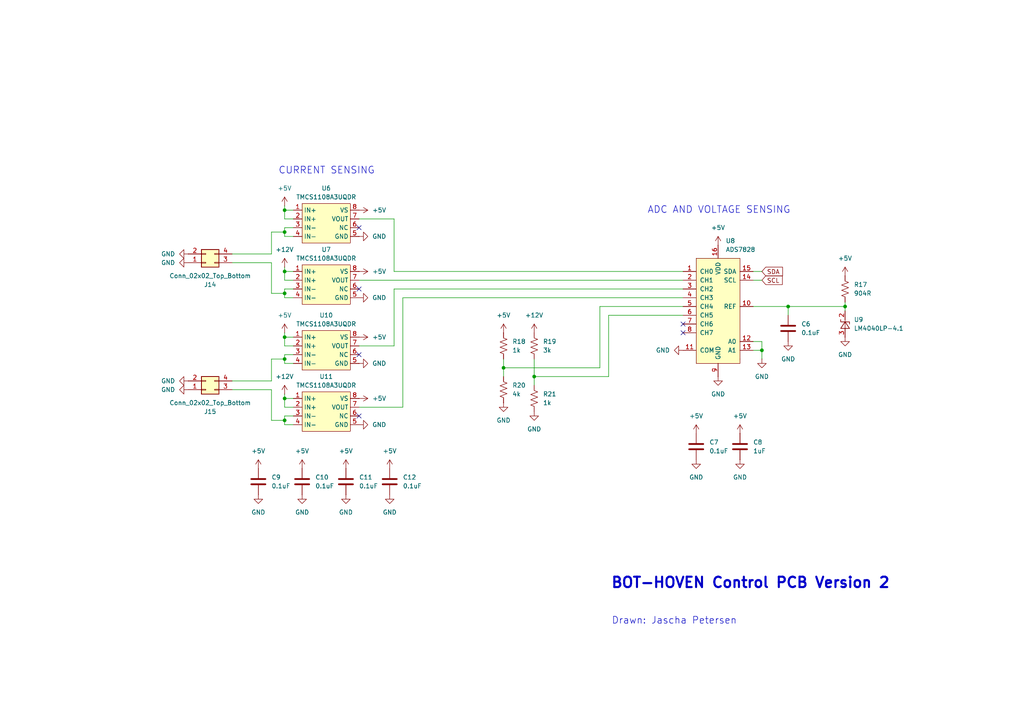
<source format=kicad_sch>
(kicad_sch (version 20231120) (generator "eeschema") (generator_version "8.0")
  (paper "A4")
  (lib_symbols
    (symbol "Analog_ADC:ADS7828" (pin_names (offset 1.016))
      (property "Reference" "U" (at -5.08 15.24 0))
      (property "Value" "ADS7828" (at 5.08 15.24 0))
      (symbol "ADS7828_0_1"
        (rectangle (start -6.35 13.97) (end 6.35 -16.51) (fill (type background)))
        (rectangle (start 6.35 -15.24) (end 6.35 -15.24))
      )
      (symbol "ADS7828_1_1"
        (pin input line (at -10.16 10.16 0) (length 3.81) (name "CH0") (number "1"))
        (pin bidirectional line (at 10.16 0 180) (length 3.81) (name "REF") (number "10"))
        (pin input line (at -10.16 -12.7 0) (length 3.81) (name "COM") (number "11"))
        (pin input line (at 10.16 -10.16 180) (length 3.81) (name "A0") (number "12"))
        (pin input line (at 10.16 -12.7 180) (length 3.81) (name "A1") (number "13"))
        (pin input line (at 10.16 7.62 180) (length 3.81) (name "SCL") (number "14"))
        (pin bidirectional line (at 10.16 10.16 180) (length 3.81) (name "SDA") (number "15"))
        (pin power_in line (at 0 17.78 270) (length 3.81) (name "VDD") (number "16"))
        (pin input line (at -10.16 7.62 0) (length 3.81) (name "CH1") (number "2"))
        (pin input line (at -10.16 5.08 0) (length 3.81) (name "CH2") (number "3"))
        (pin input line (at -10.16 2.54 0) (length 3.81) (name "CH3") (number "4"))
        (pin input line (at -10.16 0 0) (length 3.81) (name "CH4") (number "5"))
        (pin input line (at -10.16 -2.54 0) (length 3.81) (name "CH5") (number "6"))
        (pin input line (at -10.16 -5.08 0) (length 3.81) (name "CH6") (number "7"))
        (pin input line (at -10.16 -7.62 0) (length 3.81) (name "CH7") (number "8"))
        (pin power_in line (at 0 -20.32 90) (length 3.81) (name "GND") (number "9"))
      )
    )
    (symbol "Connector_Generic:Conn_02x02_Top_Bottom" (pin_names (offset 1.016) hide)
      (property "Reference" "J" (at 1.27 2.54 0))
      (property "Value" "Conn_02x02_Top_Bottom" (at 1.27 -5.08 0))
      (symbol "Conn_02x02_Top_Bottom_1_1"
        (rectangle (start -1.27 -2.413) (end 0 -2.667) (stroke (width 0.1524)))
        (rectangle (start -1.27 0.127) (end 0 -0.127) (stroke (width 0.1524)))
        (rectangle (start -1.27 1.27) (end 3.81 -3.81) (stroke (width 0.254)) (fill (type background)))
        (rectangle (start 3.81 -2.413) (end 2.54 -2.667) (stroke (width 0.1524)))
        (rectangle (start 3.81 0.127) (end 2.54 -0.127) (stroke (width 0.1524)))
        (pin passive line (at -5.08 0 0) (length 3.81) (name "Pin_1") (number "1"))
        (pin passive line (at -5.08 -2.54 0) (length 3.81) (name "Pin_2") (number "2"))
        (pin passive line (at 7.62 0 180) (length 3.81) (name "Pin_3") (number "3"))
        (pin passive line (at 7.62 -2.54 180) (length 3.81) (name "Pin_4") (number "4"))
      )
    )
    (symbol "Device:C" (pin_numbers hide) (pin_names (offset 0.254))
      (property "Reference" "C" (at 0.635 2.54 0))
      (property "Value" "C" (at 0.635 -2.54 0))
      (symbol "C_0_1"
        (polyline (pts (xy -2.032 -0.762) (xy 2.032 -0.762)) (stroke (width 0.508)))
        (polyline (pts (xy -2.032 0.762) (xy 2.032 0.762)) (stroke (width 0.508)))
      )
      (symbol "C_1_1"
        (pin passive line (at 0 3.81 270) (length 2.794) (name "~") (number "1"))
        (pin passive line (at 0 -3.81 90) (length 2.794) (name "~") (number "2"))
      )
    )
    (symbol "Device:R_US" (pin_numbers hide) (pin_names (offset 0))
      (property "Reference" "R" (at 2.54 0 90))
      (property "Value" "R_US" (at -2.54 0 90))
      (symbol "R_US_0_1"
        (polyline (pts (xy 0 -2.286) (xy 0 -2.54)))
        (polyline (pts (xy 0 2.286) (xy 0 2.54)))
        (polyline (pts (xy 0 -0.762) (xy 1.016 -1.143) (xy 0 -1.524) (xy -1.016 -1.905) (xy 0 -2.286)))
        (polyline (pts (xy 0 0.762) (xy 1.016 0.381) (xy 0 0) (xy -1.016 -0.381) (xy 0 -0.762)))
        (polyline (pts (xy 0 2.286) (xy 1.016 1.905) (xy 0 1.524) (xy -1.016 1.143) (xy 0 0.762)))
      )
      (symbol "R_US_1_1"
        (pin passive line (at 0 3.81 270) (length 1.27) (name "~") (number "1"))
        (pin passive line (at 0 -3.81 90) (length 1.27) (name "~") (number "2"))
      )
    )
    (symbol "Reference_Voltage:LM4040LP-4.1" (pin_names (offset 0.0254) hide)
      (property "Reference" "U" (at 0 2.54 0))
      (property "Value" "LM4040LP-4.1" (at 0 -3.175 0))
      (symbol "LM4040LP-4.1_0_1"
        (polyline (pts (xy -1.27 0) (xy 0 0) (xy 1.27 0)))
        (polyline (pts (xy -1.27 -1.27) (xy 0.635 0) (xy -1.27 1.27) (xy -1.27 -1.27)) (stroke (width 0.2032)))
        (polyline (pts (xy 0 -1.27) (xy 0.635 -1.27) (xy 0.635 1.27) (xy 1.27 1.27)) (stroke (width 0.2032)))
      )
      (symbol "LM4040LP-4.1_1_1"
        (pin no_connect line (at -1.27 0 0) (length 2.54) hide (name "NC") (number "1"))
        (pin passive line (at 3.81 0 180) (length 2.54) (name "K") (number "2"))
        (pin passive line (at -3.81 0 0) (length 2.54) (name "A") (number "3"))
      )
    )
    (symbol "bh_symbol_library:TMCS1108A3BQDR"
      (property "Reference" "U" (at -7.112 0.508 0))
      (property "Value" "TMCS1108A3BQDR" (at 0 0 0))
      (symbol "TMCS1108A3BQDR_1_1"
        (rectangle (start -7.62 -0.635) (end 6.35 -12.065) (fill (type background)))
        (pin input line (at -10.16 -2.54 0) (length 2.54) (name "IN+") (number "1"))
        (pin input line (at -10.16 -5.08 0) (length 2.54) (name "IN+") (number "2"))
        (pin input line (at -10.16 -7.62 0) (length 2.54) (name "IN-") (number "3"))
        (pin input line (at -10.16 -10.16 0) (length 2.54) (name "IN-") (number "4"))
        (pin input line (at 8.89 -10.16 180) (length 2.54) (name "GND") (number "5"))
        (pin input line (at 8.89 -7.62 180) (length 2.54) (name "NC") (number "6"))
        (pin input line (at 8.89 -5.08 180) (length 2.54) (name "VOUT") (number "7"))
        (pin input line (at 8.89 -2.54 180) (length 2.54) (name "VS") (number "8"))
      )
    )
    (symbol "power:+12V" (power) (pin_numbers hide) (pin_names (offset 0) hide)
      (property "Value" "+12V" (at 0 3.556 0))
      (symbol "+12V_0_1"
        (polyline (pts (xy -0.762 1.27) (xy 0 2.54)))
        (polyline (pts (xy 0 0) (xy 0 2.54)))
        (polyline (pts (xy 0 2.54) (xy 0.762 1.27)))
      )
      (symbol "+12V_1_1"
        (pin power_in line (at 0 0 90) (length 0) (name "~") (number "1"))
      )
    )
    (symbol "power:+5V" (power) (pin_numbers hide) (pin_names (offset 0) hide)
      (property "Value" "+5V" (at 0 3.556 0))
      (symbol "+5V_0_1"
        (polyline (pts (xy -0.762 1.27) (xy 0 2.54)))
        (polyline (pts (xy 0 0) (xy 0 2.54)))
        (polyline (pts (xy 0 2.54) (xy 0.762 1.27)))
      )
      (symbol "+5V_1_1"
        (pin power_in line (at 0 0 90) (length 0) (name "~") (number "1"))
      )
    )
    (symbol "power:GND" (power) (pin_numbers hide) (pin_names (offset 0) hide)
      (property "Value" "GND" (at 0 -3.81 0))
      (symbol "GND_0_1"
        (polyline (pts (xy 0 0) (xy 0 -1.27) (xy 1.27 -1.27) (xy 0 -2.54) (xy -1.27 -1.27) (xy 0 -1.27)))
      )
      (symbol "GND_1_1"
        (pin power_in line (at 0 0 270) (length 0) (name "~") (number "1"))
      )
    )
  )
  (junction (at 220.98 101.6))
  (junction (at 154.94 109.22))
  (junction (at 82.55 85.09))
  (junction (at 82.55 78.74))
  (junction (at 146.05 106.68))
  (junction (at 82.55 104.14))
  (junction (at 82.55 121.92))
  (junction (at 228.6 88.9))
  (junction (at 245.11 88.9))
  (junction (at 82.55 67.31))
  (junction (at 82.55 97.79))
  (junction (at 82.55 60.96))
  (junction (at 82.55 115.57))
  (no_connect (at 198.12 96.52))
  (no_connect (at 104.14 120.65))
  (no_connect (at 104.14 102.87))
  (no_connect (at 198.12 93.98))
  (no_connect (at 104.14 66.04))
  (no_connect (at 104.14 83.82))
  (wire (pts (xy 82.55 60.96) (xy 82.55 63.5)))
  (wire (pts (xy 146.05 106.68) (xy 146.05 109.22)))
  (wire (pts (xy 82.55 78.74) (xy 85.09 78.74)))
  (wire (pts (xy 116.84 86.36) (xy 198.12 86.36)))
  (wire (pts (xy 104.14 81.28) (xy 198.12 81.28)))
  (wire (pts (xy 218.44 78.74) (xy 220.98 78.74)))
  (wire (pts (xy 218.44 88.9) (xy 228.6 88.9)))
  (wire (pts (xy 154.94 109.22) (xy 176.53 109.22)))
  (wire (pts (xy 82.55 81.28) (xy 85.09 81.28)))
  (wire (pts (xy 82.55 102.87) (xy 82.55 104.14)))
  (wire (pts (xy 176.53 91.44) (xy 176.53 109.22)))
  (wire (pts (xy 82.55 118.11) (xy 85.09 118.11)))
  (wire (pts (xy 82.55 67.31) (xy 82.55 68.58)))
  (wire (pts (xy 82.55 66.04) (xy 82.55 67.31)))
  (wire (pts (xy 78.74 73.66) (xy 78.74 67.31)))
  (wire (pts (xy 154.94 104.14) (xy 154.94 109.22)))
  (wire (pts (xy 173.99 88.9) (xy 173.99 106.68)))
  (wire (pts (xy 67.31 76.2) (xy 78.74 76.2)))
  (wire (pts (xy 104.14 63.5) (xy 114.3 63.5)))
  (wire (pts (xy 78.74 76.2) (xy 78.74 85.09)))
  (wire (pts (xy 82.55 121.92) (xy 82.55 123.19)))
  (wire (pts (xy 154.94 109.22) (xy 154.94 111.76)))
  (wire (pts (xy 82.55 68.58) (xy 85.09 68.58)))
  (wire (pts (xy 82.55 97.79) (xy 82.55 100.33)))
  (wire (pts (xy 82.55 83.82) (xy 85.09 83.82)))
  (wire (pts (xy 67.31 110.49) (xy 78.74 110.49)))
  (wire (pts (xy 82.55 102.87) (xy 85.09 102.87)))
  (wire (pts (xy 114.3 100.33) (xy 114.3 83.82)))
  (wire (pts (xy 82.55 60.96) (xy 85.09 60.96)))
  (wire (pts (xy 78.74 104.14) (xy 82.55 104.14)))
  (wire (pts (xy 146.05 104.14) (xy 146.05 106.68)))
  (wire (pts (xy 78.74 67.31) (xy 82.55 67.31)))
  (wire (pts (xy 245.11 88.9) (xy 245.11 90.17)))
  (wire (pts (xy 78.74 110.49) (xy 78.74 104.14)))
  (wire (pts (xy 82.55 115.57) (xy 85.09 115.57)))
  (wire (pts (xy 82.55 120.65) (xy 82.55 121.92)))
  (wire (pts (xy 82.55 96.52) (xy 82.55 97.79)))
  (wire (pts (xy 82.55 85.09) (xy 82.55 86.36)))
  (wire (pts (xy 114.3 83.82) (xy 198.12 83.82)))
  (wire (pts (xy 82.55 120.65) (xy 85.09 120.65)))
  (wire (pts (xy 82.55 105.41) (xy 85.09 105.41)))
  (wire (pts (xy 82.55 77.47) (xy 82.55 78.74)))
  (wire (pts (xy 82.55 115.57) (xy 82.55 118.11)))
  (wire (pts (xy 67.31 73.66) (xy 78.74 73.66)))
  (wire (pts (xy 218.44 101.6) (xy 220.98 101.6)))
  (wire (pts (xy 82.55 66.04) (xy 85.09 66.04)))
  (wire (pts (xy 198.12 91.44) (xy 176.53 91.44)))
  (wire (pts (xy 67.31 113.03) (xy 78.74 113.03)))
  (wire (pts (xy 82.55 78.74) (xy 82.55 81.28)))
  (wire (pts (xy 78.74 113.03) (xy 78.74 121.92)))
  (wire (pts (xy 85.09 63.5) (xy 82.55 63.5)))
  (wire (pts (xy 198.12 88.9) (xy 173.99 88.9)))
  (wire (pts (xy 82.55 59.69) (xy 82.55 60.96)))
  (wire (pts (xy 82.55 114.3) (xy 82.55 115.57)))
  (wire (pts (xy 104.14 100.33) (xy 114.3 100.33)))
  (wire (pts (xy 114.3 78.74) (xy 198.12 78.74)))
  (wire (pts (xy 104.14 118.11) (xy 116.84 118.11)))
  (wire (pts (xy 114.3 63.5) (xy 114.3 78.74)))
  (wire (pts (xy 116.84 118.11) (xy 116.84 86.36)))
  (wire (pts (xy 82.55 97.79) (xy 85.09 97.79)))
  (wire (pts (xy 78.74 85.09) (xy 82.55 85.09)))
  (wire (pts (xy 82.55 83.82) (xy 82.55 85.09)))
  (wire (pts (xy 245.11 87.63) (xy 245.11 88.9)))
  (wire (pts (xy 82.55 104.14) (xy 82.55 105.41)))
  (wire (pts (xy 82.55 86.36) (xy 85.09 86.36)))
  (wire (pts (xy 228.6 91.44) (xy 228.6 88.9)))
  (wire (pts (xy 146.05 106.68) (xy 173.99 106.68)))
  (wire (pts (xy 218.44 81.28) (xy 220.98 81.28)))
  (wire (pts (xy 78.74 121.92) (xy 82.55 121.92)))
  (wire (pts (xy 228.6 88.9) (xy 245.11 88.9)))
  (wire (pts (xy 220.98 101.6) (xy 220.98 104.14)))
  (wire (pts (xy 85.09 100.33) (xy 82.55 100.33)))
  (wire (pts (xy 218.44 99.06) (xy 220.98 99.06)))
  (wire (pts (xy 82.55 123.19) (xy 85.09 123.19)))
  (wire (pts (xy 220.98 99.06) (xy 220.98 101.6)))
  (text "ADC AND VOLTAGE SENSING" (at 208.534 60.96 0) (effects (font (size 2 2))))
  (text "CURRENT SENSING" (at 94.742 49.53 0) (effects (font (size 2 2))))
  (text "Drawn: Jascha Petersen" (at 195.58 180.086 0) (effects (font (size 2 2))))
  (text "BOT-HOVEN Control PCB Version 2" (at 217.678 169.164 0) (effects (font (size 3 3) (thickness 0.6) (bold yes))))
  (global_label "SDA" (shape input) (at 220.98 78.74 0) (property "Intersheetrefs" "${INTERSHEET_REFS}" (effects (hide yes))))
  (global_label "SCL" (shape input) (at 220.98 81.28 0) (property "Intersheetrefs" "${INTERSHEET_REFS}" (effects (hide yes))))
  (symbol (lib_id "power:+12V") (at 82.55 77.47 0) (mirror y) (unit 1)
    (property "Reference" "#PWR067" (effects (hide yes)))
    (property "Value" "+12V" (at 82.55 72.39 0))
    (property "Description" "Power symbol creates a global label with name \"+12V\"" (effects (hide yes)))
  )
  (symbol (lib_id "Analog_ADC:ADS7828") (at 208.28 88.9 0) (unit 1)
    (property "Reference" "U8" (at 210.4741 69.85 0) (effects (justify left)))
    (property "Value" "ADS7828" (at 210.4741 72.39 0) (effects (justify left)))
    (property "Footprint" "Package_SO:TSSOP-16_4.4x5mm_P0.65mm" (effects (hide yes)))
    (property "Datasheet" "http://www.ti.com/lit/ds/symlink/ads7828.pdf" (effects (hide yes)))
    (property "Description" "12-Bits, 8-Channels, ADC, I2C, TSSOP-16" (effects (hide yes)))
    (property "Digikey" "https://www.digikey.ca/en/products/detail/texas-instruments/ADS7828E-2K5/1689481" (effects (hide yes)))
  )
  (symbol (lib_id "power:GND") (at 74.93 143.51 0) (unit 1)
    (property "Reference" "#PWR096" (effects (hide yes)))
    (property "Value" "GND" (at 74.93 148.59 0))
    (property "Description" "Power symbol creates a global label with name \"GND\" , ground" (effects (hide yes)))
  )
  (symbol (lib_id "power:+5V") (at 214.63 125.73 0) (unit 1)
    (property "Reference" "#PWR089" (effects (hide yes)))
    (property "Value" "+5V" (at 214.63 120.65 0))
    (property "Description" "Power symbol creates a global label with name \"+5V\"" (effects (hide yes)))
  )
  (symbol (lib_id "Reference_Voltage:LM4040LP-4.1") (at 245.11 93.98 90) (unit 1)
    (property "Reference" "U9" (at 247.65 92.7099 90) (effects (justify right)))
    (property "Value" "LM4040LP-4.1" (at 247.65 95.2499 90) (effects (justify right)))
    (property "Footprint" "Package_TO_SOT_THT:TO-92_Inline" (effects (hide yes)))
    (property "Datasheet" "http://www.ti.com/lit/ds/symlink/lm4040-n.pdf" (effects (hide yes)))
    (property "Description" "4.096V Precision Micropower Shunt Voltage Reference, TO-92" (effects (hide yes)))
    (property "Digikey" "https://www.digikey.com/en/products/detail/texas-instruments/LM4040AIZ-4-1-NOPB/212689" (effects (hide yes)))
  )
  (symbol (lib_id "power:GND") (at 104.14 68.58 90) (unit 1)
    (property "Reference" "#PWR063" (effects (hide yes)))
    (property "Value" "GND" (at 107.95 68.5799 90) (effects (justify right)))
    (property "Description" "Power symbol creates a global label with name \"GND\" , ground" (effects (hide yes)))
  )
  (symbol (lib_id "power:GND") (at 214.63 133.35 0) (unit 1)
    (property "Reference" "#PWR091" (effects (hide yes)))
    (property "Value" "GND" (at 214.63 138.43 0))
    (property "Description" "Power symbol creates a global label with name \"GND\" , ground" (effects (hide yes)))
  )
  (symbol (lib_id "power:+5V") (at 87.63 135.89 0) (unit 1)
    (property "Reference" "#PWR093" (effects (hide yes)))
    (property "Value" "+5V" (at 87.63 130.81 0))
    (property "Description" "Power symbol creates a global label with name \"+5V\"" (effects (hide yes)))
  )
  (symbol (lib_id "power:GND") (at 104.14 86.36 90) (unit 1)
    (property "Reference" "#PWR070" (effects (hide yes)))
    (property "Value" "GND" (at 107.95 86.3599 90) (effects (justify right)))
    (property "Description" "Power symbol creates a global label with name \"GND\" , ground" (effects (hide yes)))
  )
  (symbol (lib_id "Device:R_US") (at 154.94 115.57 0) (unit 1)
    (property "Reference" "R21" (at 157.48 114.2999 0) (effects (justify left)))
    (property "Value" "1k" (at 157.48 116.8399 0) (effects (justify left)))
    (property "Footprint" "Resistor_THT:R_Axial_DIN0207_L6.3mm_D2.5mm_P10.16mm_Horizontal" (effects (hide yes)))
    (property "Description" "Resistor, US symbol" (effects (hide yes)))
  )
  (symbol (lib_id "power:GND") (at 54.61 113.03 270) (unit 1)
    (property "Reference" "#PWR082" (effects (hide yes)))
    (property "Value" "GND" (at 50.8 113.0299 90) (effects (justify right)))
    (property "Description" "Power symbol creates a global label with name \"GND\" , ground" (effects (hide yes)))
  )
  (symbol (lib_id "power:+12V") (at 82.55 114.3 0) (mirror y) (unit 1)
    (property "Reference" "#PWR083" (effects (hide yes)))
    (property "Value" "+12V" (at 82.55 109.22 0))
    (property "Description" "Power symbol creates a global label with name \"+12V\"" (effects (hide yes)))
  )
  (symbol (lib_id "bh_symbol_library:TMCS1108A3BQDR") (at 95.25 113.03 0) (unit 1)
    (property "Reference" "U11" (at 94.615 109.22 0))
    (property "Value" "TMCS1108A3UQDR" (at 94.615 111.76 0))
    (property "Footprint" "Package_SO:SOIC-8_3.9x4.9mm_P1.27mm" (effects (hide yes)))
    (property "Digikey" "https://www.digikey.ca/en/products/detail/texas-instruments/TMCS1108A3UQDR/13692795" (effects (hide yes)))
  )
  (symbol (lib_id "power:GND") (at 154.94 119.38 0) (unit 1)
    (property "Reference" "#PWR086" (effects (hide yes)))
    (property "Value" "GND" (at 154.94 124.46 0))
    (property "Description" "Power symbol creates a global label with name \"GND\" , ground" (effects (hide yes)))
  )
  (symbol (lib_id "bh_symbol_library:TMCS1108A3BQDR") (at 95.25 76.2 0) (unit 1)
    (property "Reference" "U7" (at 94.615 72.39 0))
    (property "Value" "TMCS1108A3UQDR" (at 94.615 74.93 0))
    (property "Footprint" "Package_SO:SOIC-8_3.9x4.9mm_P1.27mm" (effects (hide yes)))
    (property "Digikey" "https://www.digikey.ca/en/products/detail/texas-instruments/TMCS1108A3BQDR/13692847" (effects (hide yes)))
  )
  (symbol (lib_id "Device:R_US") (at 245.11 83.82 0) (unit 1)
    (property "Reference" "R17" (at 247.65 82.5499 0) (effects (justify left)))
    (property "Value" "904R" (at 247.65 85.0899 0) (effects (justify left)))
    (property "Footprint" "Resistor_THT:R_Axial_DIN0207_L6.3mm_D2.5mm_P10.16mm_Horizontal" (effects (hide yes)))
    (property "Description" "Resistor, US symbol" (effects (hide yes)))
  )
  (symbol (lib_id "power:GND") (at 104.14 105.41 90) (unit 1)
    (property "Reference" "#PWR079" (effects (hide yes)))
    (property "Value" "GND" (at 107.95 105.4099 90) (effects (justify right)))
    (property "Description" "Power symbol creates a global label with name \"GND\" , ground" (effects (hide yes)))
  )
  (symbol (lib_id "power:+5V") (at 104.14 60.96 270) (unit 1)
    (property "Reference" "#PWR062" (effects (hide yes)))
    (property "Value" "+5V" (at 107.95 60.9599 90) (effects (justify left)))
    (property "Description" "Power symbol creates a global label with name \"+5V\"" (effects (hide yes)))
  )
  (symbol (lib_id "power:GND") (at 113.03 143.51 0) (unit 1)
    (property "Reference" "#PWR099" (effects (hide yes)))
    (property "Value" "GND" (at 113.03 148.59 0))
    (property "Description" "Power symbol creates a global label with name \"GND\" , ground" (effects (hide yes)))
  )
  (symbol (lib_id "power:GND") (at 100.33 143.51 0) (unit 1)
    (property "Reference" "#PWR098" (effects (hide yes)))
    (property "Value" "GND" (at 100.33 148.59 0))
    (property "Description" "Power symbol creates a global label with name \"GND\" , ground" (effects (hide yes)))
  )
  (symbol (lib_id "Device:C") (at 100.33 139.7 0) (unit 1)
    (property "Reference" "C11" (at 104.14 138.4299 0) (effects (justify left)))
    (property "Value" "0.1uF" (at 104.14 140.9699 0) (effects (justify left)))
    (property "Footprint" "Capacitor_THT:C_Rect_L4.6mm_W2.0mm_P2.50mm_MKS02_FKP02" (effects (hide yes)))
    (property "Description" "Unpolarized capacitor" (effects (hide yes)))
    (property "Digikey" "https://www.digikey.ca/en/products/detail/vishay-beyschlag-draloric-bc-components/K104K10X7RF5UH5/2356754" (effects (hide yes)))
  )
  (symbol (lib_id "power:+5V") (at 104.14 78.74 270) (unit 1)
    (property "Reference" "#PWR068" (effects (hide yes)))
    (property "Value" "+5V" (at 107.95 78.7399 90) (effects (justify left)))
    (property "Description" "Power symbol creates a global label with name \"+5V\"" (effects (hide yes)))
  )
  (symbol (lib_id "power:GND") (at 198.12 101.6 270) (unit 1)
    (property "Reference" "#PWR077" (effects (hide yes)))
    (property "Value" "GND" (at 194.31 101.5999 90) (effects (justify right)))
    (property "Description" "Power symbol creates a global label with name \"GND\" , ground" (effects (hide yes)))
  )
  (symbol (lib_id "Connector_Generic:Conn_02x02_Top_Bottom") (at 59.69 113.03 0) (mirror x) (unit 1)
    (property "Reference" "J15" (at 60.96 119.38 0))
    (property "Value" "Conn_02x02_Top_Bottom" (at 60.96 116.84 0))
    (property "Footprint" "Connector_Molex:Molex_Mini-Fit_Jr_5569-04A2_2x02_P4.20mm_Horizontal" (effects (hide yes)))
    (property "Description" "Generic connector, double row, 02x02, top/bottom pin numbering scheme (row 1: 1...pins_per_row, row2: pins_per_row+1 ... num_pins), script generated (kicad-library-utils/schlib/autogen/connector/)" (effects (hide yes)))
    (property "Digikey" "https://www.digikey.ca/en/products/detail/molex/0039300040/930321" (effects (hide yes)))
  )
  (symbol (lib_id "Device:R_US") (at 154.94 100.33 0) (unit 1)
    (property "Reference" "R19" (at 157.48 99.0599 0) (effects (justify left)))
    (property "Value" "3k" (at 157.48 101.5999 0) (effects (justify left)))
    (property "Footprint" "Resistor_THT:R_Axial_DIN0207_L6.3mm_D2.5mm_P10.16mm_Horizontal" (effects (hide yes)))
    (property "Description" "Resistor, US symbol" (effects (hide yes)))
  )
  (symbol (lib_id "power:+5V") (at 104.14 97.79 270) (unit 1)
    (property "Reference" "#PWR074" (effects (hide yes)))
    (property "Value" "+5V" (at 107.95 97.7899 90) (effects (justify left)))
    (property "Description" "Power symbol creates a global label with name \"+5V\"" (effects (hide yes)))
  )
  (symbol (lib_id "Device:C") (at 74.93 139.7 0) (unit 1)
    (property "Reference" "C9" (at 78.74 138.4299 0) (effects (justify left)))
    (property "Value" "0.1uF" (at 78.74 140.9699 0) (effects (justify left)))
    (property "Footprint" "Capacitor_THT:C_Rect_L4.6mm_W2.0mm_P2.50mm_MKS02_FKP02" (effects (hide yes)))
    (property "Description" "Unpolarized capacitor" (effects (hide yes)))
    (property "Digikey" "https://www.digikey.ca/en/products/detail/vishay-beyschlag-draloric-bc-components/K104K10X7RF5UH5/2356754" (effects (hide yes)))
  )
  (symbol (lib_id "power:+5V") (at 245.11 80.01 0) (unit 1)
    (property "Reference" "#PWR069" (effects (hide yes)))
    (property "Value" "+5V" (at 245.11 74.93 0))
    (property "Description" "Power symbol creates a global label with name \"+5V\"" (effects (hide yes)))
  )
  (symbol (lib_id "power:GND") (at 54.61 73.66 270) (unit 1)
    (property "Reference" "#PWR065" (effects (hide yes)))
    (property "Value" "GND" (at 50.8 73.6599 90) (effects (justify right)))
    (property "Description" "Power symbol creates a global label with name \"GND\" , ground" (effects (hide yes)))
  )
  (symbol (lib_id "power:+5V") (at 113.03 135.89 0) (unit 1)
    (property "Reference" "#PWR095" (effects (hide yes)))
    (property "Value" "+5V" (at 113.03 130.81 0))
    (property "Description" "Power symbol creates a global label with name \"+5V\"" (effects (hide yes)))
  )
  (symbol (lib_id "power:GND") (at 220.98 104.14 0) (mirror y) (unit 1)
    (property "Reference" "#PWR078" (effects (hide yes)))
    (property "Value" "GND" (at 220.98 109.22 0))
    (property "Description" "Power symbol creates a global label with name \"GND\" , ground" (effects (hide yes)))
  )
  (symbol (lib_id "power:+5V") (at 82.55 59.69 0) (unit 1)
    (property "Reference" "#PWR061" (effects (hide yes)))
    (property "Value" "+5V" (at 82.55 54.61 0))
    (property "Description" "Power symbol creates a global label with name \"+5V\"" (effects (hide yes)))
  )
  (symbol (lib_id "bh_symbol_library:TMCS1108A3BQDR") (at 95.25 58.42 0) (unit 1)
    (property "Reference" "U6" (at 94.615 54.61 0))
    (property "Value" "TMCS1108A3UQDR" (at 94.615 57.15 0))
    (property "Footprint" "Package_SO:SOIC-8_3.9x4.9mm_P1.27mm" (effects (hide yes)))
    (property "Digikey" "https://www.digikey.ca/en/products/detail/texas-instruments/TMCS1108A3UQDR/13692795" (effects (hide yes)))
  )
  (symbol (lib_id "Device:C") (at 228.6 95.25 0) (unit 1)
    (property "Reference" "C6" (at 232.41 93.9799 0) (effects (justify left)))
    (property "Value" "0.1uF" (at 232.41 96.5199 0) (effects (justify left)))
    (property "Footprint" "Capacitor_THT:C_Rect_L4.6mm_W2.0mm_P2.50mm_MKS02_FKP02" (effects (hide yes)))
    (property "Description" "Unpolarized capacitor" (effects (hide yes)))
    (property "Digikey" "https://www.digikey.ca/en/products/detail/vishay-beyschlag-draloric-bc-components/K104K10X7RF5UH5/2356754" (effects (hide yes)))
  )
  (symbol (lib_id "bh_symbol_library:TMCS1108A3BQDR") (at 95.25 95.25 0) (unit 1)
    (property "Reference" "U10" (at 94.615 91.44 0))
    (property "Value" "TMCS1108A3UQDR" (at 94.615 93.98 0))
    (property "Footprint" "Package_SO:SOIC-8_3.9x4.9mm_P1.27mm" (effects (hide yes)))
    (property "Digikey" "https://www.digikey.ca/en/products/detail/texas-instruments/TMCS1108A3UQDR/13692795" (effects (hide yes)))
  )
  (symbol (lib_id "Device:R_US") (at 146.05 100.33 0) (unit 1)
    (property "Reference" "R18" (at 148.59 99.0599 0) (effects (justify left)))
    (property "Value" "1k" (at 148.59 101.5999 0) (effects (justify left)))
    (property "Footprint" "Resistor_THT:R_Axial_DIN0207_L6.3mm_D2.5mm_P10.16mm_Horizontal" (effects (hide yes)))
    (property "Description" "Resistor, US symbol" (effects (hide yes)))
  )
  (symbol (lib_id "power:GND") (at 104.14 123.19 90) (unit 1)
    (property "Reference" "#PWR087" (effects (hide yes)))
    (property "Value" "GND" (at 107.95 123.1899 90) (effects (justify right)))
    (property "Description" "Power symbol creates a global label with name \"GND\" , ground" (effects (hide yes)))
  )
  (symbol (lib_id "power:GND") (at 228.6 99.06 0) (unit 1)
    (property "Reference" "#PWR076" (effects (hide yes)))
    (property "Value" "GND" (at 228.6 104.14 0))
    (property "Description" "Power symbol creates a global label with name \"GND\" , ground" (effects (hide yes)))
  )
  (symbol (lib_id "power:GND") (at 245.11 97.79 0) (unit 1)
    (property "Reference" "#PWR075" (effects (hide yes)))
    (property "Value" "GND" (at 245.11 102.87 0))
    (property "Description" "Power symbol creates a global label with name \"GND\" , ground" (effects (hide yes)))
  )
  (symbol (lib_id "power:+5V") (at 82.55 96.52 0) (unit 1)
    (property "Reference" "#PWR071" (effects (hide yes)))
    (property "Value" "+5V" (at 82.55 91.44 0))
    (property "Description" "Power symbol creates a global label with name \"+5V\"" (effects (hide yes)))
  )
  (symbol (lib_id "power:+5V") (at 100.33 135.89 0) (unit 1)
    (property "Reference" "#PWR094" (effects (hide yes)))
    (property "Value" "+5V" (at 100.33 130.81 0))
    (property "Description" "Power symbol creates a global label with name \"+5V\"" (effects (hide yes)))
  )
  (symbol (lib_id "power:+5V") (at 146.05 96.52 0) (unit 1)
    (property "Reference" "#PWR072" (effects (hide yes)))
    (property "Value" "+5V" (at 146.05 91.44 0))
    (property "Description" "Power symbol creates a global label with name \"+5V\"" (effects (hide yes)))
  )
  (symbol (lib_id "power:GND") (at 87.63 143.51 0) (unit 1)
    (property "Reference" "#PWR097" (effects (hide yes)))
    (property "Value" "GND" (at 87.63 148.59 0))
    (property "Description" "Power symbol creates a global label with name \"GND\" , ground" (effects (hide yes)))
  )
  (symbol (lib_id "power:GND") (at 54.61 76.2 270) (unit 1)
    (property "Reference" "#PWR066" (effects (hide yes)))
    (property "Value" "GND" (at 50.8 76.1999 90) (effects (justify right)))
    (property "Description" "Power symbol creates a global label with name \"GND\" , ground" (effects (hide yes)))
  )
  (symbol (lib_id "power:+5V") (at 104.14 115.57 270) (unit 1)
    (property "Reference" "#PWR084" (effects (hide yes)))
    (property "Value" "+5V" (at 107.95 115.5699 90) (effects (justify left)))
    (property "Description" "Power symbol creates a global label with name \"+5V\"" (effects (hide yes)))
  )
  (symbol (lib_id "Device:C") (at 87.63 139.7 0) (unit 1)
    (property "Reference" "C10" (at 91.44 138.4299 0) (effects (justify left)))
    (property "Value" "0.1uF" (at 91.44 140.9699 0) (effects (justify left)))
    (property "Footprint" "Capacitor_THT:C_Rect_L4.6mm_W2.0mm_P2.50mm_MKS02_FKP02" (effects (hide yes)))
    (property "Description" "Unpolarized capacitor" (effects (hide yes)))
    (property "Digikey" "https://www.digikey.ca/en/products/detail/vishay-beyschlag-draloric-bc-components/K104K10X7RF5UH5/2356754" (effects (hide yes)))
  )
  (symbol (lib_id "power:+12V") (at 154.94 96.52 0) (unit 1)
    (property "Reference" "#PWR073" (effects (hide yes)))
    (property "Value" "+12V" (at 154.94 91.44 0))
    (property "Description" "Power symbol creates a global label with name \"+12V\"" (effects (hide yes)))
  )
  (symbol (lib_id "power:GND") (at 208.28 109.22 0) (unit 1)
    (property "Reference" "#PWR080" (effects (hide yes)))
    (property "Value" "GND" (at 208.28 114.3 0))
    (property "Description" "Power symbol creates a global label with name \"GND\" , ground" (effects (hide yes)))
  )
  (symbol (lib_id "power:GND") (at 201.93 133.35 0) (unit 1)
    (property "Reference" "#PWR090" (effects (hide yes)))
    (property "Value" "GND" (at 201.93 138.43 0))
    (property "Description" "Power symbol creates a global label with name \"GND\" , ground" (effects (hide yes)))
  )
  (symbol (lib_id "power:GND") (at 54.61 110.49 270) (unit 1)
    (property "Reference" "#PWR081" (effects (hide yes)))
    (property "Value" "GND" (at 50.8 110.4899 90) (effects (justify right)))
    (property "Description" "Power symbol creates a global label with name \"GND\" , ground" (effects (hide yes)))
  )
  (symbol (lib_id "Device:R_US") (at 146.05 113.03 0) (unit 1)
    (property "Reference" "R20" (at 148.59 111.7599 0) (effects (justify left)))
    (property "Value" "4k" (at 148.59 114.2999 0) (effects (justify left)))
    (property "Footprint" "Resistor_THT:R_Axial_DIN0207_L6.3mm_D2.5mm_P10.16mm_Horizontal" (effects (hide yes)))
    (property "Description" "Resistor, US symbol" (effects (hide yes)))
  )
  (symbol (lib_id "Device:C") (at 113.03 139.7 0) (unit 1)
    (property "Reference" "C12" (at 116.84 138.4299 0) (effects (justify left)))
    (property "Value" "0.1uF" (at 116.84 140.9699 0) (effects (justify left)))
    (property "Footprint" "Capacitor_THT:C_Rect_L4.6mm_W2.0mm_P2.50mm_MKS02_FKP02" (effects (hide yes)))
    (property "Description" "Unpolarized capacitor" (effects (hide yes)))
    (property "Digikey" "https://www.digikey.ca/en/products/detail/vishay-beyschlag-draloric-bc-components/K104K10X7RF5UH5/2356754" (effects (hide yes)))
  )
  (symbol (lib_id "power:GND") (at 146.05 116.84 0) (unit 1)
    (property "Reference" "#PWR085" (effects (hide yes)))
    (property "Value" "GND" (at 146.05 121.92 0))
    (property "Description" "Power symbol creates a global label with name \"GND\" , ground" (effects (hide yes)))
  )
  (symbol (lib_id "power:+5V") (at 201.93 125.73 0) (unit 1)
    (property "Reference" "#PWR088" (effects (hide yes)))
    (property "Value" "+5V" (at 201.93 120.65 0))
    (property "Description" "Power symbol creates a global label with name \"+5V\"" (effects (hide yes)))
  )
  (symbol (lib_id "power:+5V") (at 74.93 135.89 0) (unit 1)
    (property "Reference" "#PWR092" (effects (hide yes)))
    (property "Value" "+5V" (at 74.93 130.81 0))
    (property "Description" "Power symbol creates a global label with name \"+5V\"" (effects (hide yes)))
  )
  (symbol (lib_id "Device:C") (at 201.93 129.54 0) (unit 1)
    (property "Reference" "C7" (at 205.74 128.2699 0) (effects (justify left)))
    (property "Value" "0.1uF" (at 205.74 130.8099 0) (effects (justify left)))
    (property "Footprint" "Capacitor_THT:C_Rect_L4.6mm_W2.0mm_P2.50mm_MKS02_FKP02" (effects (hide yes)))
    (property "Description" "Unpolarized capacitor" (effects (hide yes)))
    (property "Digikey" "https://www.digikey.ca/en/products/detail/vishay-beyschlag-draloric-bc-components/K104K10X7RF5UH5/2356754" (effects (hide yes)))
  )
  (symbol (lib_id "power:+5V") (at 208.28 71.12 0) (unit 1)
    (property "Reference" "#PWR064" (effects (hide yes)))
    (property "Value" "+5V" (at 208.28 66.04 0))
    (property "Description" "Power symbol creates a global label with name \"+5V\"" (effects (hide yes)))
  )
  (symbol (lib_id "Connector_Generic:Conn_02x02_Top_Bottom") (at 59.69 76.2 0) (mirror x) (unit 1)
    (property "Reference" "J14" (at 60.96 82.55 0))
    (property "Value" "Conn_02x02_Top_Bottom" (at 60.96 80.01 0))
    (property "Footprint" "Connector_Molex:Molex_Mini-Fit_Jr_5569-04A2_2x02_P4.20mm_Horizontal" (effects (hide yes)))
    (property "Description" "Generic connector, double row, 02x02, top/bottom pin numbering scheme (row 1: 1...pins_per_row, row2: pins_per_row+1 ... num_pins), script generated (kicad-library-utils/schlib/autogen/connector/)" (effects (hide yes)))
    (property "Digikey" "https://www.digikey.ca/en/products/detail/molex/0039300040/930321" (effects (hide yes)))
  )
  (symbol (lib_id "Device:C") (at 214.63 129.54 0) (unit 1)
    (property "Reference" "C8" (at 218.44 128.2699 0) (effects (justify left)))
    (property "Value" "1uF" (at 218.44 130.8099 0) (effects (justify left)))
    (property "Footprint" "Capacitor_THT:C_Rect_L4.6mm_W2.0mm_P2.50mm_MKS02_FKP02" (effects (hide yes)))
    (property "Description" "Unpolarized capacitor" (effects (hide yes)))
    (property "Digikey" "https://www.digikey.ca/en/products/detail/vishay-beyschlag-draloric-bc-components/K104K10X7RF5UH5/2356754" (effects (hide yes)))
  )
)
</source>
